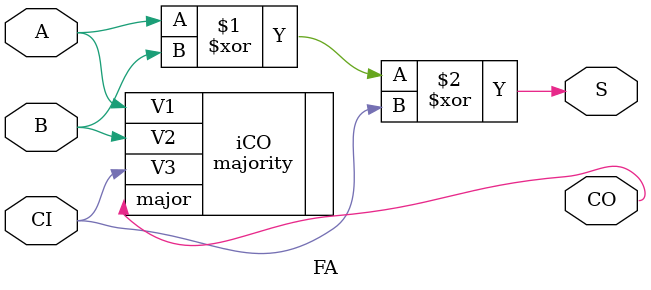
<source format=v>

module FA(input wire A,
        input wire B,
        input wire CI,
        output wire S,
        output wire CO);

    	xor iSUM (S, A, B, CI);
	majority iCO(.V1(A), .V2(B), .V3(CI), .major(CO));
endmodule

</source>
